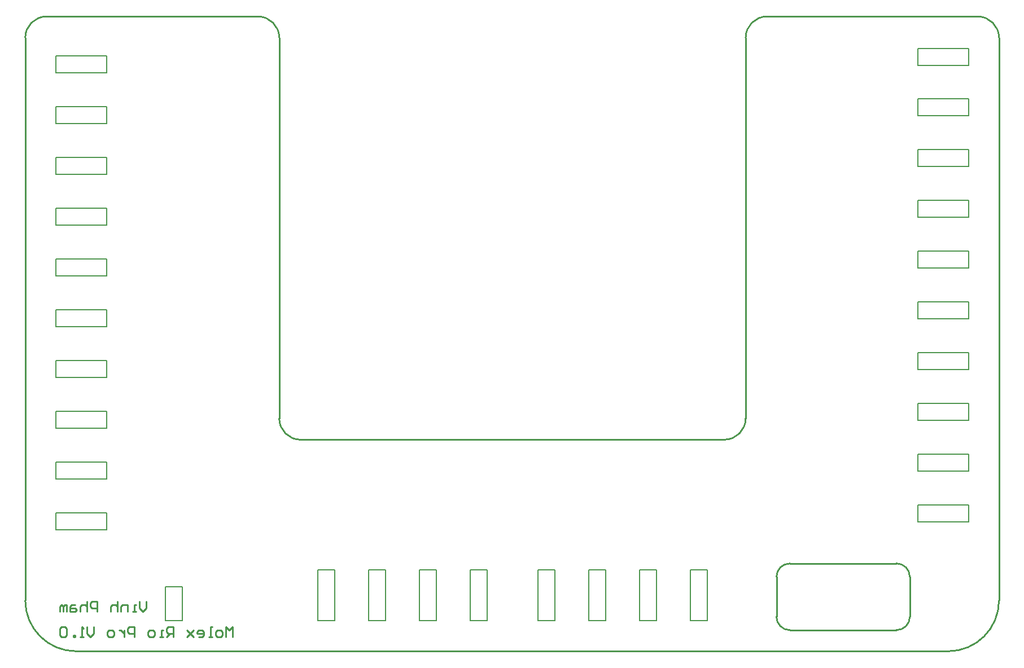
<source format=gbo>
G04*
G04 #@! TF.GenerationSoftware,Altium Limited,Altium Designer,18.1.9 (240)*
G04*
G04 Layer_Color=32896*
%FSLAX44Y44*%
%MOMM*%
G71*
G01*
G75*
%ADD10C,0.2540*%
%ADD11C,0.2000*%
D10*
X181610Y74925D02*
Y64768D01*
X176532Y59690D01*
X171453Y64768D01*
Y74925D01*
X166375Y59690D02*
X161297D01*
X163836D01*
Y69847D01*
X166375D01*
X153679Y59690D02*
Y69847D01*
X146061D01*
X143522Y67308D01*
Y59690D01*
X138444Y74925D02*
Y59690D01*
Y67308D01*
X135905Y69847D01*
X130826D01*
X128287Y67308D01*
Y59690D01*
X107974D02*
Y74925D01*
X100356D01*
X97817Y72386D01*
Y67308D01*
X100356Y64768D01*
X107974D01*
X92739Y74925D02*
Y59690D01*
Y67308D01*
X90200Y69847D01*
X85121D01*
X82582Y67308D01*
Y59690D01*
X74964Y69847D02*
X69886D01*
X67347Y67308D01*
Y59690D01*
X74964D01*
X77504Y62229D01*
X74964Y64768D01*
X67347D01*
X62269Y59690D02*
Y69847D01*
X59729D01*
X57190Y67308D01*
Y59690D01*
Y67308D01*
X54651Y69847D01*
X52112Y67308D01*
Y59690D01*
X311150Y21590D02*
Y36825D01*
X306072Y31747D01*
X300993Y36825D01*
Y21590D01*
X293376D02*
X288297D01*
X285758Y24129D01*
Y29207D01*
X288297Y31747D01*
X293376D01*
X295915Y29207D01*
Y24129D01*
X293376Y21590D01*
X280680D02*
X275602D01*
X278141D01*
Y36825D01*
X280680D01*
X260366Y21590D02*
X265445D01*
X267984Y24129D01*
Y29207D01*
X265445Y31747D01*
X260366D01*
X257827Y29207D01*
Y26668D01*
X267984D01*
X252749Y31747D02*
X242592Y21590D01*
X247670Y26668D01*
X242592Y31747D01*
X252749Y21590D01*
X222279D02*
Y36825D01*
X214661D01*
X212122Y34286D01*
Y29207D01*
X214661Y26668D01*
X222279D01*
X217200D02*
X212122Y21590D01*
X207044D02*
X201965D01*
X204505D01*
Y31747D01*
X207044D01*
X191809Y21590D02*
X186730D01*
X184191Y24129D01*
Y29207D01*
X186730Y31747D01*
X191809D01*
X194348Y29207D01*
Y24129D01*
X191809Y21590D01*
X163878D02*
Y36825D01*
X156260D01*
X153721Y34286D01*
Y29207D01*
X156260Y26668D01*
X163878D01*
X148643Y31747D02*
Y21590D01*
Y26668D01*
X146103Y29207D01*
X143564Y31747D01*
X141025D01*
X130868Y21590D02*
X125790D01*
X123251Y24129D01*
Y29207D01*
X125790Y31747D01*
X130868D01*
X133407Y29207D01*
Y24129D01*
X130868Y21590D01*
X102937Y36825D02*
Y26668D01*
X97859Y21590D01*
X92781Y26668D01*
Y36825D01*
X87702Y21590D02*
X82624D01*
X85163D01*
Y36825D01*
X87702Y34286D01*
X75006Y21590D02*
Y24129D01*
X72467D01*
Y21590D01*
X75006D01*
X62311Y34286D02*
X59771Y36825D01*
X54693D01*
X52154Y34286D01*
Y24129D01*
X54693Y21590D01*
X59771D01*
X62311Y24129D01*
Y34286D01*
X1112266Y952500D02*
G03*
X1080516Y920750I0J-31750D01*
G01*
X1326760Y111750D02*
G03*
X1306760Y131750I-20000J0D01*
G01*
Y31750D02*
G03*
X1326760Y51750I0J20000D01*
G01*
X1126760D02*
G03*
X1146760Y31750I20000J0D01*
G01*
Y131750D02*
G03*
X1126760Y111750I0J-20000D01*
G01*
X1460500Y920750D02*
G03*
X1428750Y952500I-31750J0D01*
G01*
X1048766Y317500D02*
G03*
X1080516Y349250I0J31750D01*
G01*
X381000D02*
G03*
X412750Y317500I31750J0D01*
G01*
X381000Y920750D02*
G03*
X349250Y952500I-31750J0D01*
G01*
X31750D02*
G03*
X0Y920750I0J-31750D01*
G01*
Y76200D02*
G03*
X76200Y0I76200J0D01*
G01*
X1384300D02*
G03*
X1460500Y76200I0J76200D01*
G01*
X76200Y0D02*
X1384300D01*
X0Y76200D02*
Y920750D01*
X31750Y952500D02*
X349250D01*
X381000Y920750D02*
X381000Y349250D01*
X412750Y317500D02*
X1048766D01*
X1080516Y349250D02*
Y920750D01*
X1112266Y952500D02*
X1428750D01*
X1460500Y76200D02*
Y920750D01*
X1146760Y131750D02*
X1306760D01*
X1326760Y51750D02*
Y111750D01*
X1146760Y31750D02*
X1306760D01*
X1126760Y51750D02*
Y111750D01*
D11*
X209804Y97028D02*
X235204D01*
X209804Y46228D02*
Y97028D01*
Y46228D02*
X235204D01*
Y97028D01*
X667258Y46228D02*
Y122428D01*
X692658D01*
Y46228D02*
Y122428D01*
X667258Y46228D02*
X692658D01*
X591058D02*
Y122428D01*
X616458D01*
Y46228D02*
Y122428D01*
X591058Y46228D02*
X616458D01*
X514858D02*
Y122428D01*
X540258D01*
Y46228D02*
Y122428D01*
X514858Y46228D02*
X540258D01*
X438658D02*
Y122428D01*
X464058D01*
Y46228D02*
Y122428D01*
X438658Y46228D02*
X464058D01*
X1339088Y194056D02*
X1415288D01*
X1339088D02*
Y219456D01*
X1415288D01*
Y194056D02*
Y219456D01*
X1339088Y270256D02*
X1415288D01*
X1339088D02*
Y295656D01*
X1415288D01*
Y270256D02*
Y295656D01*
X1339088Y346456D02*
X1415288D01*
X1339088D02*
Y371856D01*
X1415288D01*
Y346456D02*
Y371856D01*
X1339088Y422656D02*
X1415288D01*
X1339088D02*
Y448056D01*
X1415288D01*
Y422656D02*
Y448056D01*
X1339088Y498856D02*
X1415288D01*
X1339088D02*
Y524256D01*
X1415288D01*
Y498856D02*
Y524256D01*
X1339088Y575056D02*
X1415288D01*
X1339088D02*
Y600456D01*
X1415288D01*
Y575056D02*
Y600456D01*
X1339088Y651256D02*
X1415288D01*
X1339088D02*
Y676656D01*
X1415288D01*
Y651256D02*
Y676656D01*
X1339088Y803656D02*
X1415288D01*
X1339088D02*
Y829056D01*
X1415288D01*
Y803656D02*
Y829056D01*
X1339088Y878840D02*
X1415288D01*
X1339088D02*
Y904240D01*
X1415288D01*
Y878840D02*
Y904240D01*
X46228Y208026D02*
X122428D01*
Y182626D02*
Y208026D01*
X46228Y182626D02*
X122428D01*
X46228D02*
Y208026D01*
Y284226D02*
X122428D01*
Y258826D02*
Y284226D01*
X46228Y258826D02*
X122428D01*
X46228D02*
Y284226D01*
Y360426D02*
X122428D01*
Y335026D02*
Y360426D01*
X46228Y335026D02*
X122428D01*
X46228D02*
Y360426D01*
Y436626D02*
X122428D01*
Y411226D02*
Y436626D01*
X46228Y411226D02*
X122428D01*
X46228D02*
Y436626D01*
Y512826D02*
X122428D01*
Y487426D02*
Y512826D01*
X46228Y487426D02*
X122428D01*
X46228D02*
Y512826D01*
Y589026D02*
X122428D01*
Y563626D02*
Y589026D01*
X46228Y563626D02*
X122428D01*
X46228D02*
Y589026D01*
Y665226D02*
X122428D01*
Y639826D02*
Y665226D01*
X46228Y639826D02*
X122428D01*
X46228D02*
Y665226D01*
Y741426D02*
X122428D01*
Y716026D02*
Y741426D01*
X46228Y716026D02*
X122428D01*
X46228D02*
Y741426D01*
Y817626D02*
X122428D01*
Y792226D02*
Y817626D01*
X46228Y792226D02*
X122428D01*
X46228D02*
Y817626D01*
Y893826D02*
X122428D01*
Y868426D02*
Y893826D01*
X46228Y868426D02*
X122428D01*
X46228D02*
Y893826D01*
X997458Y46228D02*
Y122428D01*
X1022858D01*
Y46228D02*
Y122428D01*
X997458Y46228D02*
X1022858D01*
X921258D02*
Y122428D01*
X946658D01*
Y46228D02*
Y122428D01*
X921258Y46228D02*
X946658D01*
X845058D02*
Y122428D01*
X870458D01*
Y46228D02*
Y122428D01*
X845058Y46228D02*
X870458D01*
X768858D02*
Y122428D01*
X794258D01*
Y46228D02*
Y122428D01*
X768858Y46228D02*
X794258D01*
X1339088Y727456D02*
X1415288D01*
X1339088D02*
Y752856D01*
X1415288D01*
Y727456D02*
Y752856D01*
M02*

</source>
